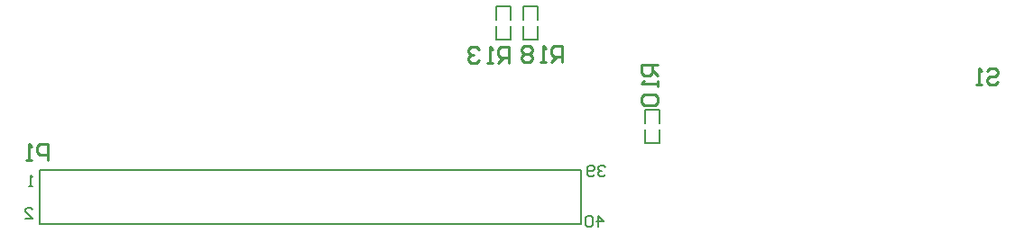
<source format=gbo>
G04*
G04 #@! TF.GenerationSoftware,Altium Limited,Altium Designer,20.0.9 (164)*
G04*
G04 Layer_Color=32896*
%FSLAX25Y25*%
%MOIN*%
G70*
G01*
G75*
%ADD10C,0.01000*%
%ADD12C,0.00600*%
%ADD13C,0.00787*%
%ADD101C,0.00800*%
D10*
X173201Y-129402D02*
X174201Y-128402D01*
X176200D01*
X177200Y-129402D01*
Y-130401D01*
X176200Y-131401D01*
X174201D01*
X173201Y-132401D01*
Y-133400D01*
X174201Y-134400D01*
X176200D01*
X177200Y-133400D01*
X171202Y-134400D02*
X169203D01*
X170202D01*
Y-128402D01*
X171202Y-129402D01*
X15998Y-125999D02*
Y-120001D01*
X12999D01*
X11999Y-121001D01*
Y-123000D01*
X12999Y-124000D01*
X15998D01*
X13998D02*
X11999Y-125999D01*
X10000D02*
X8000D01*
X9000D01*
Y-120001D01*
X10000Y-121001D01*
X5001D02*
X4001Y-120001D01*
X2002D01*
X1002Y-121001D01*
Y-122000D01*
X2002Y-123000D01*
X1002Y-124000D01*
Y-124999D01*
X2002Y-125999D01*
X4001D01*
X5001Y-124999D01*
Y-124000D01*
X4001Y-123000D01*
X5001Y-122000D01*
Y-121001D01*
X4001Y-123000D02*
X2002D01*
X-3502Y-126499D02*
Y-120501D01*
X-6502D01*
X-7501Y-121501D01*
Y-123500D01*
X-6502Y-124500D01*
X-3502D01*
X-5502D02*
X-7501Y-126499D01*
X-9500D02*
X-11500D01*
X-10500D01*
Y-120501D01*
X-9500Y-121501D01*
X-14499D02*
X-15499Y-120501D01*
X-17498D01*
X-18498Y-121501D01*
Y-122500D01*
X-17498Y-123500D01*
X-16498D01*
X-17498D01*
X-18498Y-124500D01*
Y-125499D01*
X-17498Y-126499D01*
X-15499D01*
X-14499Y-125499D01*
X51499Y-127002D02*
X45501D01*
Y-130001D01*
X46501Y-131001D01*
X48500D01*
X49500Y-130001D01*
Y-127002D01*
Y-129002D02*
X51499Y-131001D01*
Y-133001D02*
Y-135000D01*
Y-134000D01*
X45501D01*
X46501Y-133001D01*
Y-137999D02*
X45501Y-138999D01*
Y-140998D01*
X46501Y-141998D01*
X50499D01*
X51499Y-140998D01*
Y-138999D01*
X50499Y-137999D01*
X46501D01*
X-173800Y-162600D02*
Y-156602D01*
X-176799D01*
X-177799Y-157602D01*
Y-159601D01*
X-176799Y-160601D01*
X-173800D01*
X-179798Y-162600D02*
X-181797D01*
X-180798D01*
Y-156602D01*
X-179798Y-157602D01*
D12*
X7200Y-117853D02*
Y-112953D01*
X1800Y-117853D02*
X7200D01*
X1800D02*
Y-112953D01*
X7200Y-110453D02*
Y-105454D01*
X1800D02*
X7200D01*
X1800Y-110453D02*
Y-105454D01*
X-2800Y-117853D02*
Y-112953D01*
X-8200Y-117853D02*
X-2800D01*
X-8200D02*
Y-112953D01*
X-2800Y-110453D02*
Y-105454D01*
X-8200D02*
X-2800D01*
X-8200Y-110453D02*
Y-105454D01*
X46700Y-148700D02*
Y-143800D01*
X52100D01*
Y-148700D02*
Y-143800D01*
X46700Y-156200D02*
Y-151200D01*
Y-156200D02*
X52100D01*
Y-151200D01*
D13*
X23000Y-186000D02*
Y-166000D01*
X-177000Y-186000D02*
Y-166000D01*
Y-186000D02*
X23000D01*
X-177000Y-166000D02*
X23000D01*
D101*
X32000Y-165168D02*
X31334Y-164501D01*
X30001D01*
X29334Y-165168D01*
Y-165834D01*
X30001Y-166501D01*
X30667D01*
X30001D01*
X29334Y-167167D01*
Y-167833D01*
X30001Y-168500D01*
X31334D01*
X32000Y-167833D01*
X28001D02*
X27335Y-168500D01*
X26002D01*
X25335Y-167833D01*
Y-165168D01*
X26002Y-164501D01*
X27335D01*
X28001Y-165168D01*
Y-165834D01*
X27335Y-166501D01*
X25335D01*
X29501Y-187000D02*
Y-183001D01*
X31500Y-185001D01*
X28834D01*
X27501Y-183668D02*
X26835Y-183001D01*
X25502D01*
X24836Y-183668D01*
Y-186334D01*
X25502Y-187000D01*
X26835D01*
X27501Y-186334D01*
Y-183668D01*
X-182166Y-184000D02*
X-179500D01*
X-182166Y-181334D01*
Y-180668D01*
X-181499Y-180001D01*
X-180166D01*
X-179500Y-180668D01*
Y-172000D02*
X-180833D01*
X-180166D01*
Y-168001D01*
X-179500Y-168668D01*
M02*

</source>
